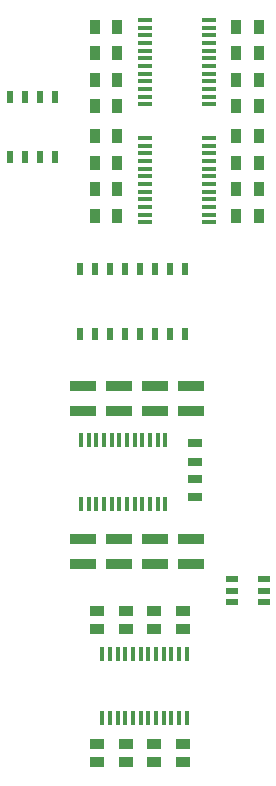
<source format=gtp>
G04*
G04 #@! TF.GenerationSoftware,Altium Limited,Altium Designer,18.1.7 (191)*
G04*
G04 Layer_Color=8421504*
%FSLAX44Y44*%
%MOMM*%
G71*
G01*
G75*
%ADD13R,2.2000X0.9000*%
%ADD14R,1.2000X0.8500*%
%ADD15R,0.9000X1.3000*%
%ADD16R,0.3000X1.3000*%
%ADD17R,1.1000X0.6000*%
%ADD18R,1.3000X0.7000*%
%ADD19R,0.5100X1.1000*%
%ADD20R,1.3000X0.3000*%
D13*
X1249136Y1970500D02*
D03*
Y1949500D02*
D03*
Y1820316D02*
D03*
Y1841316D02*
D03*
X1219050D02*
D03*
Y1820316D02*
D03*
X1188772Y1949500D02*
D03*
Y1970500D02*
D03*
Y1841316D02*
D03*
Y1820316D02*
D03*
X1158240Y1949500D02*
D03*
Y1970500D02*
D03*
Y1841316D02*
D03*
Y1820316D02*
D03*
X1219050Y1949500D02*
D03*
Y1970500D02*
D03*
D14*
X1170000Y1780250D02*
D03*
Y1764750D02*
D03*
X1194167Y1780250D02*
D03*
Y1764750D02*
D03*
X1218333Y1780250D02*
D03*
Y1764750D02*
D03*
X1242500Y1780250D02*
D03*
Y1764750D02*
D03*
X1242500Y1652250D02*
D03*
Y1667750D02*
D03*
X1218333D02*
D03*
Y1652250D02*
D03*
X1194167Y1667750D02*
D03*
Y1652250D02*
D03*
X1170000Y1667750D02*
D03*
Y1652250D02*
D03*
D15*
X1288000Y2115000D02*
D03*
X1307000D02*
D03*
X1288000Y2137500D02*
D03*
X1307000D02*
D03*
X1288000Y2160000D02*
D03*
X1307000D02*
D03*
X1288000Y2182500D02*
D03*
X1307000D02*
D03*
X1288000Y2207500D02*
D03*
X1307000D02*
D03*
X1288000Y2230000D02*
D03*
X1307000D02*
D03*
X1288000Y2252500D02*
D03*
X1307000D02*
D03*
X1288000Y2275000D02*
D03*
X1307000D02*
D03*
X1187000Y2115000D02*
D03*
X1168000D02*
D03*
X1187000Y2137500D02*
D03*
X1168000D02*
D03*
X1187000Y2160000D02*
D03*
X1168000D02*
D03*
X1187000Y2182500D02*
D03*
X1168000D02*
D03*
X1187000Y2207500D02*
D03*
X1168000D02*
D03*
X1187000Y2230000D02*
D03*
X1168000D02*
D03*
X1187000Y2252500D02*
D03*
X1168000D02*
D03*
X1187000Y2275000D02*
D03*
X1168000D02*
D03*
D16*
X1227772Y1925142D02*
D03*
X1221272D02*
D03*
X1214772D02*
D03*
X1208272D02*
D03*
X1201772D02*
D03*
X1195272D02*
D03*
X1188772D02*
D03*
X1182272D02*
D03*
X1175772D02*
D03*
X1169272D02*
D03*
X1162772D02*
D03*
X1156272D02*
D03*
X1227772Y1871142D02*
D03*
X1221272D02*
D03*
X1214772D02*
D03*
X1208272D02*
D03*
X1201772D02*
D03*
X1195272D02*
D03*
X1188772D02*
D03*
X1182272D02*
D03*
X1175772D02*
D03*
X1169272D02*
D03*
X1162772D02*
D03*
X1156272D02*
D03*
X1245836Y1743878D02*
D03*
X1239336D02*
D03*
X1232836D02*
D03*
X1226336D02*
D03*
X1219836D02*
D03*
X1213336D02*
D03*
X1206836D02*
D03*
X1200336D02*
D03*
X1193836D02*
D03*
X1187336D02*
D03*
X1180836D02*
D03*
X1174336D02*
D03*
X1245836Y1689878D02*
D03*
X1239336D02*
D03*
X1232836D02*
D03*
X1226336D02*
D03*
X1219836D02*
D03*
X1213336D02*
D03*
X1206836D02*
D03*
X1200336D02*
D03*
X1193836D02*
D03*
X1187336D02*
D03*
X1180836D02*
D03*
X1174336D02*
D03*
D17*
X1311000Y1788000D02*
D03*
Y1797500D02*
D03*
Y1807000D02*
D03*
X1284000Y1788000D02*
D03*
Y1797500D02*
D03*
Y1807000D02*
D03*
D18*
X1252500Y1892350D02*
D03*
Y1876850D02*
D03*
Y1906850D02*
D03*
Y1922350D02*
D03*
D19*
X1155550Y2015000D02*
D03*
X1168250D02*
D03*
X1180950D02*
D03*
X1193650D02*
D03*
X1206350D02*
D03*
X1219050D02*
D03*
X1231750D02*
D03*
X1244450D02*
D03*
X1155550Y2070000D02*
D03*
X1168250D02*
D03*
X1180950D02*
D03*
X1193650D02*
D03*
X1206350D02*
D03*
X1219050D02*
D03*
X1231750D02*
D03*
X1244450D02*
D03*
X1134050Y2215500D02*
D03*
X1121350D02*
D03*
X1108650D02*
D03*
X1095950D02*
D03*
X1134050Y2164500D02*
D03*
X1121350D02*
D03*
X1108650D02*
D03*
X1095950D02*
D03*
D20*
X1210500Y2180750D02*
D03*
Y2174250D02*
D03*
Y2167750D02*
D03*
Y2161250D02*
D03*
Y2154750D02*
D03*
Y2148250D02*
D03*
Y2141750D02*
D03*
Y2135250D02*
D03*
Y2128750D02*
D03*
Y2122250D02*
D03*
Y2115750D02*
D03*
Y2109250D02*
D03*
X1264500Y2180750D02*
D03*
Y2174250D02*
D03*
Y2167750D02*
D03*
Y2161250D02*
D03*
Y2154750D02*
D03*
Y2148250D02*
D03*
Y2141750D02*
D03*
Y2135250D02*
D03*
Y2128750D02*
D03*
Y2122250D02*
D03*
Y2115750D02*
D03*
Y2109250D02*
D03*
X1210500Y2280750D02*
D03*
Y2274250D02*
D03*
Y2267750D02*
D03*
Y2261250D02*
D03*
Y2254750D02*
D03*
Y2248250D02*
D03*
Y2241750D02*
D03*
Y2235250D02*
D03*
Y2228750D02*
D03*
Y2222250D02*
D03*
Y2215750D02*
D03*
Y2209250D02*
D03*
X1264500Y2280750D02*
D03*
Y2274250D02*
D03*
Y2267750D02*
D03*
Y2261250D02*
D03*
Y2254750D02*
D03*
Y2248250D02*
D03*
Y2241750D02*
D03*
Y2235250D02*
D03*
Y2228750D02*
D03*
Y2222250D02*
D03*
Y2215750D02*
D03*
Y2209250D02*
D03*
M02*

</source>
